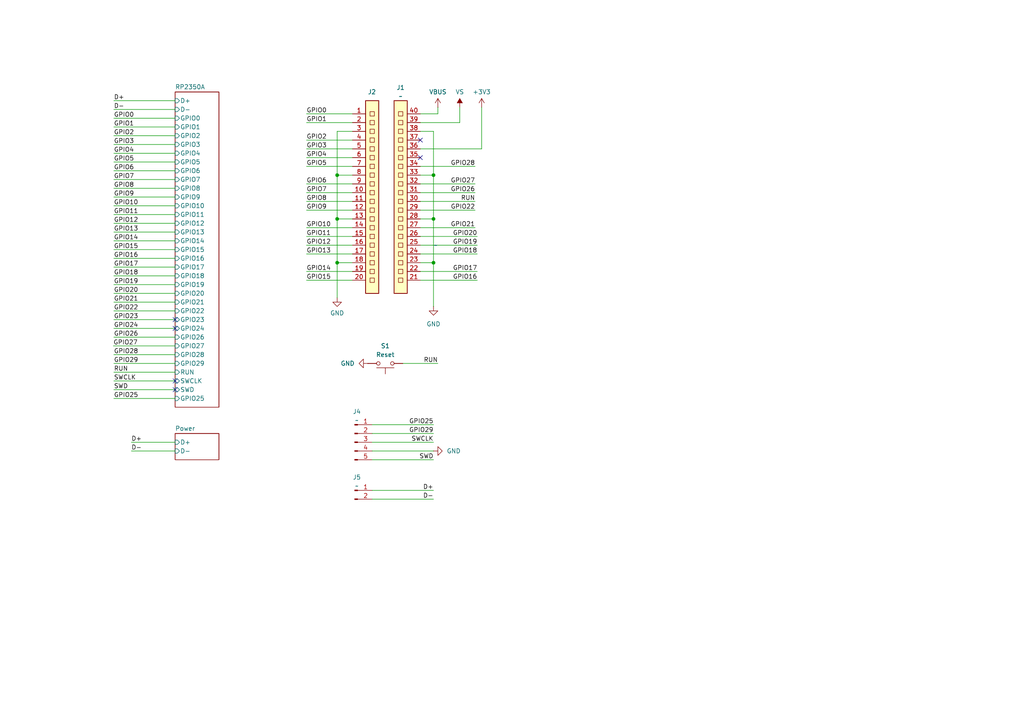
<source format=kicad_sch>
(kicad_sch (version 20250114) (generator "eeschema") (generator_version "9.0")
  (paper "A4")
  (title_block (title "MiniFRANK RM1E") (date "2025-04-15") (rev "${VERSION}") (company "Mikhail Matveev") (comment 1 "https://github.com/xtremespb/frank"))
  (lib_symbols
    (symbol "Connector:Conn_01x02_Pin" (pin_names (offset 1.016) (hide yes))
      (property "Reference" "J" (at 0 2.54 0))
      (property "Value" "Conn_01x02_Pin" (at 0 -5.08 0))
      (symbol "Conn_01x02_Pin_1_1"
        (rectangle (start 0.8636 0.127) (end 0 -0.127) (stroke (width 0.1524)) (fill (type outline)))
        (rectangle (start 0.8636 -2.413) (end 0 -2.667) (stroke (width 0.1524)) (fill (type outline)))
        (polyline (pts (xy 1.27 0) (xy 0.8636 0)) (stroke (width 0.1524)))
        (polyline (pts (xy 1.27 -2.54) (xy 0.8636 -2.54)) (stroke (width 0.1524)))
        (pin passive line (at 5.08 0 180) (length 3.81) (name "Pin_1") (number "1"))
        (pin passive line (at 5.08 -2.54 180) (length 3.81) (name "Pin_2") (number "2"))
      )
    )
    (symbol "Connector:Conn_01x05_Pin" (pin_names (offset 1.016) (hide yes))
      (property "Reference" "J" (at 0 7.62 0))
      (property "Value" "Conn_01x05_Pin" (at 0 -7.62 0))
      (symbol "Conn_01x05_Pin_1_1"
        (rectangle (start 0.8636 5.207) (end 0 4.953) (stroke (width 0.1524)) (fill (type outline)))
        (rectangle (start 0.8636 2.667) (end 0 2.413) (stroke (width 0.1524)) (fill (type outline)))
        (rectangle (start 0.8636 0.127) (end 0 -0.127) (stroke (width 0.1524)) (fill (type outline)))
        (rectangle (start 0.8636 -2.413) (end 0 -2.667) (stroke (width 0.1524)) (fill (type outline)))
        (rectangle (start 0.8636 -4.953) (end 0 -5.207) (stroke (width 0.1524)) (fill (type outline)))
        (polyline (pts (xy 1.27 5.08) (xy 0.8636 5.08)) (stroke (width 0.1524)))
        (polyline (pts (xy 1.27 2.54) (xy 0.8636 2.54)) (stroke (width 0.1524)))
        (polyline (pts (xy 1.27 0) (xy 0.8636 0)) (stroke (width 0.1524)))
        (polyline (pts (xy 1.27 -2.54) (xy 0.8636 -2.54)) (stroke (width 0.1524)))
        (polyline (pts (xy 1.27 -5.08) (xy 0.8636 -5.08)) (stroke (width 0.1524)))
        (pin passive line (at 5.08 5.08 180) (length 3.81) (name "Pin_1") (number "1"))
        (pin passive line (at 5.08 2.54 180) (length 3.81) (name "Pin_2") (number "2"))
        (pin passive line (at 5.08 0 180) (length 3.81) (name "Pin_3") (number "3"))
        (pin passive line (at 5.08 -2.54 180) (length 3.81) (name "Pin_4") (number "4"))
        (pin passive line (at 5.08 -5.08 180) (length 3.81) (name "Pin_5") (number "5"))
      )
    )
    (symbol "FRANK:CON_PICO_1-20"
      (property "Reference" "J2" (at -15.875 29.21 0))
      (property "Value" "~" (at 3.81 -15.24 0))
      (symbol "CON_PICO_1-20_0_1"
        (rectangle (start -16.51 26.67) (end -12.7 -29.21) (stroke (width 0.254)) (fill (type background)))
        (rectangle (start -15.24 23.495) (end -13.97 22.225))
        (rectangle (start -15.24 20.955) (end -13.97 19.685))
        (rectangle (start -15.24 18.415) (end -13.97 17.145))
        (rectangle (start -15.24 15.875) (end -13.97 14.605))
        (rectangle (start -15.24 13.335) (end -13.97 12.065))
        (rectangle (start -15.24 10.795) (end -13.97 9.525))
        (rectangle (start -15.24 8.255) (end -13.97 6.985))
        (rectangle (start -15.24 5.715) (end -13.97 4.445))
        (rectangle (start -15.24 3.175) (end -13.97 1.905))
        (rectangle (start -15.24 0.635) (end -13.97 -0.635))
        (rectangle (start -15.24 -1.905) (end -13.97 -3.175))
        (rectangle (start -15.24 -4.445) (end -13.97 -5.715))
        (rectangle (start -15.24 -6.985) (end -13.97 -8.255))
        (rectangle (start -15.24 -9.525) (end -13.97 -10.795))
        (rectangle (start -15.24 -12.065) (end -13.97 -13.335))
        (rectangle (start -15.24 -14.605) (end -13.97 -15.875))
        (rectangle (start -15.24 -17.145) (end -13.97 -18.415))
        (rectangle (start -15.24 -19.685) (end -13.97 -20.955))
        (rectangle (start -15.24 -22.225) (end -13.97 -23.495))
        (rectangle (start -15.24 -24.765) (end -13.97 -26.035))
      )
      (symbol "CON_PICO_1-20_1_1"
        (pin input line (at -20.32 22.86 0) (length 3.81) (name "") (number "1"))
        (pin input line (at -20.32 20.32 0) (length 3.81) (name "") (number "2"))
        (pin input line (at -20.32 17.78 0) (length 3.81) (name "") (number "3"))
        (pin input line (at -20.32 15.24 0) (length 3.81) (name "") (number "4"))
        (pin input line (at -20.32 12.7 0) (length 3.81) (name "") (number "5"))
        (pin input line (at -20.32 10.16 0) (length 3.81) (name "") (number "6"))
        (pin input line (at -20.32 7.62 0) (length 3.81) (name "") (number "7"))
        (pin input line (at -20.32 5.08 0) (length 3.81) (name "") (number "8"))
        (pin input line (at -20.32 2.54 0) (length 3.81) (name "") (number "9"))
        (pin input line (at -20.32 0 0) (length 3.81) (name "") (number "10"))
        (pin input line (at -20.32 -2.54 0) (length 3.81) (name "") (number "11"))
        (pin input line (at -20.32 -5.08 0) (length 3.81) (name "") (number "12"))
        (pin input line (at -20.32 -7.62 0) (length 3.81) (name "") (number "13"))
        (pin input line (at -20.32 -10.16 0) (length 3.81) (name "") (number "14"))
        (pin input line (at -20.32 -12.7 0) (length 3.81) (name "") (number "15"))
        (pin input line (at -20.32 -15.24 0) (length 3.81) (name "") (number "16"))
        (pin input line (at -20.32 -17.78 0) (length 3.81) (name "") (number "17"))
        (pin input line (at -20.32 -20.32 0) (length 3.81) (name "") (number "18"))
        (pin input line (at -20.32 -22.86 0) (length 3.81) (name "") (number "19"))
        (pin input line (at -20.32 -25.4 0) (length 3.81) (name "") (number "20"))
      )
    )
    (symbol "FRANK:CON_PICO_21-40"
      (property "Reference" "J1" (at 15.875 29.21 0))
      (property "Value" "~" (at 3.81 -15.24 0))
      (symbol "CON_PICO_21-40_0_1"
        (rectangle (start 13.97 26.67) (end 17.78 -29.21) (stroke (width 0.254)) (fill (type background)))
        (rectangle (start 15.24 23.495) (end 16.51 22.225))
        (rectangle (start 15.24 20.955) (end 16.51 19.685))
        (rectangle (start 15.24 18.415) (end 16.51 17.145))
        (rectangle (start 15.24 15.875) (end 16.51 14.605))
        (rectangle (start 15.24 13.335) (end 16.51 12.065))
        (rectangle (start 15.24 10.795) (end 16.51 9.525))
        (rectangle (start 15.24 8.255) (end 16.51 6.985))
        (rectangle (start 15.24 5.715) (end 16.51 4.445))
        (rectangle (start 15.24 3.175) (end 16.51 1.905))
        (rectangle (start 15.24 0.635) (end 16.51 -0.635))
        (rectangle (start 15.24 -1.905) (end 16.51 -3.175))
        (rectangle (start 15.24 -4.445) (end 16.51 -5.715))
        (rectangle (start 15.24 -6.985) (end 16.51 -8.255))
        (rectangle (start 15.24 -9.525) (end 16.51 -10.795))
        (rectangle (start 15.24 -12.065) (end 16.51 -13.335))
        (rectangle (start 15.24 -14.605) (end 16.51 -15.875))
        (rectangle (start 15.24 -17.145) (end 16.51 -18.415))
        (rectangle (start 15.24 -19.685) (end 16.51 -20.955))
        (rectangle (start 15.24 -22.225) (end 16.51 -23.495))
        (rectangle (start 15.24 -24.765) (end 16.51 -26.035))
      )
      (symbol "CON_PICO_21-40_1_1"
        (pin input line (at 21.59 22.86 180) (length 3.81) (name "") (number "40"))
        (pin input line (at 21.59 20.32 180) (length 3.81) (name "") (number "39"))
        (pin input line (at 21.59 17.78 180) (length 3.81) (name "") (number "38"))
        (pin input line (at 21.59 15.24 180) (length 3.81) (name "") (number "37"))
        (pin input line (at 21.59 12.7 180) (length 3.81) (name "") (number "36"))
        (pin input line (at 21.59 10.16 180) (length 3.81) (name "") (number "35"))
        (pin input line (at 21.59 7.62 180) (length 3.81) (name "") (number "34"))
        (pin input line (at 21.59 5.08 180) (length 3.81) (name "") (number "33"))
        (pin input line (at 21.59 2.54 180) (length 3.81) (name "") (number "32"))
        (pin input line (at 21.59 0 180) (length 3.81) (name "") (number "31"))
        (pin input line (at 21.59 -2.54 180) (length 3.81) (name "") (number "30"))
        (pin input line (at 21.59 -5.08 180) (length 3.81) (name "") (number "29"))
        (pin input line (at 21.59 -7.62 180) (length 3.81) (name "") (number "28"))
        (pin input line (at 21.59 -10.16 180) (length 3.81) (name "") (number "27"))
        (pin input line (at 21.59 -12.7 180) (length 3.81) (name "") (number "26"))
        (pin input line (at 21.59 -15.24 180) (length 3.81) (name "") (number "25"))
        (pin input line (at 21.59 -17.78 180) (length 3.81) (name "") (number "24"))
        (pin input line (at 21.59 -20.32 180) (length 3.81) (name "") (number "23"))
        (pin input line (at 21.59 -22.86 180) (length 3.81) (name "") (number "22"))
        (pin input line (at 21.59 -25.4 180) (length 3.81) (name "") (number "21"))
      )
    )
    (symbol "GND_1" (power) (pin_numbers (hide yes)) (pin_names (offset 0) (hide yes))
      (property "Value" "GND" (at 0 -3.81 0))
      (symbol "GND_1_0_1"
        (polyline (pts (xy 0 0) (xy 0 -1.27) (xy 1.27 -1.27) (xy 0 -2.54) (xy -1.27 -1.27) (xy 0 -1.27)))
      )
      (symbol "GND_1_1_1"
        (pin power_in line (at 0 0 270) (length 0) (name "~") (number "1"))
      )
    )
    (symbol "Switch:SW_Push" (pin_numbers (hide yes)) (pin_names (offset 1.016) (hide yes))
      (property "Reference" "SW" (at 1.27 2.54 0))
      (property "Value" "SW_Push" (at 0 -1.524 0))
      (symbol "SW_Push_0_1"
        (circle (center -2.032 0) (radius 0.508))
        (polyline (pts (xy 0 1.27) (xy 0 3.048)))
        (circle (center 2.032 0) (radius 0.508))
        (polyline (pts (xy 2.54 1.27) (xy -2.54 1.27)))
        (pin passive line (at -5.08 0 0) (length 2.54) (name "1") (number "1"))
        (pin passive line (at 5.08 0 180) (length 2.54) (name "2") (number "2"))
      )
    )
    (symbol "power:+3V3" (power) (pin_numbers (hide yes)) (pin_names (offset 0) (hide yes))
      (property "Value" "+3V3" (at 0 3.556 0))
      (symbol "+3V3_0_1"
        (polyline (pts (xy -0.762 1.27) (xy 0 2.54)))
        (polyline (pts (xy 0 2.54) (xy 0.762 1.27)))
        (polyline (pts (xy 0 0) (xy 0 2.54)))
      )
      (symbol "+3V3_1_1"
        (pin power_in line (at 0 0 90) (length 0) (name "~") (number "1"))
      )
    )
    (symbol "power:GND" (power) (pin_numbers (hide yes)) (pin_names (offset 0) (hide yes))
      (property "Value" "GND" (at 0 -3.81 0))
      (symbol "GND_0_1"
        (polyline (pts (xy 0 0) (xy 0 -1.27) (xy 1.27 -1.27) (xy 0 -2.54) (xy -1.27 -1.27) (xy 0 -1.27)))
      )
      (symbol "GND_1_1"
        (pin power_in line (at 0 0 270) (length 0) (name "~") (number "1"))
      )
    )
    (symbol "power:VBUS" (power) (pin_numbers (hide yes)) (pin_names (offset 0) (hide yes))
      (property "Value" "VBUS" (at 0 3.556 0))
      (symbol "VBUS_0_1"
        (polyline (pts (xy -0.762 1.27) (xy 0 2.54)))
        (polyline (pts (xy 0 2.54) (xy 0.762 1.27)))
        (polyline (pts (xy 0 0) (xy 0 2.54)))
      )
      (symbol "VBUS_1_1"
        (pin power_in line (at 0 0 90) (length 0) (name "~") (number "1"))
      )
    )
    (symbol "power:VS" (power) (pin_numbers (hide yes)) (pin_names (offset 0) (hide yes))
      (property "Value" "VS" (at 0 3.556 0))
      (symbol "VS_0_1"
        (polyline (pts (xy 0 0) (xy 0 2.54)))
        (polyline (pts (xy 0.762 1.27) (xy -0.762 1.27) (xy 0 2.54) (xy 0.762 1.27)) (fill (type outline)))
      )
      (symbol "VS_1_1"
        (pin power_in line (at 0 0 90) (length 0) (name "~") (number "1"))
      )
    )
  )
  (junction (at 125.73 76.2))
  (junction (at 97.79 76.2))
  (junction (at 97.79 63.5))
  (junction (at 125.73 63.5))
  (junction (at 125.73 50.8))
  (junction (at 97.79 50.8))
  (no_connect (at 121.92 40.64))
  (no_connect (at 50.8 113.03))
  (no_connect (at 50.8 110.49))
  (no_connect (at 50.8 95.25))
  (no_connect (at 121.92 45.72))
  (no_connect (at 50.8 92.71))
  (wire (pts (xy 121.92 73.66) (xy 138.43 73.66)))
  (wire (pts (xy 88.9 68.58) (xy 102.235 68.58)))
  (wire (pts (xy 50.8 72.39) (xy 33.02 72.39)))
  (wire (pts (xy 121.92 35.56) (xy 133.35 35.56)))
  (wire (pts (xy 121.92 33.02) (xy 127 33.02)))
  (wire (pts (xy 50.8 34.29) (xy 33.02 34.29)))
  (wire (pts (xy 137.795 48.26) (xy 121.92 48.26)))
  (wire (pts (xy 50.8 77.47) (xy 33.02 77.47)))
  (wire (pts (xy 50.8 29.21) (xy 33.02 29.21)))
  (wire (pts (xy 116.84 105.41) (xy 127 105.41)))
  (wire (pts (xy 50.8 57.15) (xy 33.02 57.15)))
  (wire (pts (xy 88.9 35.56) (xy 102.235 35.56)))
  (wire (pts (xy 125.73 63.5) (xy 125.73 76.2)))
  (wire (pts (xy 50.8 102.87) (xy 33.02 102.87)))
  (wire (pts (xy 121.92 76.2) (xy 125.73 76.2)))
  (wire (pts (xy 121.92 63.5) (xy 125.73 63.5)))
  (wire (pts (xy 97.79 63.5) (xy 97.79 76.2)))
  (wire (pts (xy 50.8 52.07) (xy 33.02 52.07)))
  (wire (pts (xy 50.8 80.01) (xy 33.02 80.01)))
  (wire (pts (xy 97.79 63.5) (xy 102.235 63.5)))
  (wire (pts (xy 107.95 125.73) (xy 125.73 125.73)))
  (wire (pts (xy 137.795 53.34) (xy 121.92 53.34)))
  (wire (pts (xy 121.92 81.28) (xy 138.43 81.28)))
  (wire (pts (xy 50.8 82.55) (xy 33.02 82.55)))
  (wire (pts (xy 50.8 59.69) (xy 33.02 59.69)))
  (wire (pts (xy 50.8 31.75) (xy 33.02 31.75)))
  (wire (pts (xy 133.35 31.115) (xy 133.35 35.56)))
  (wire (pts (xy 50.8 105.41) (xy 33.02 105.41)))
  (wire (pts (xy 50.8 107.95) (xy 33.02 107.95)))
  (wire (pts (xy 88.9 78.74) (xy 102.235 78.74)))
  (wire (pts (xy 121.92 38.1) (xy 125.73 38.1)))
  (wire (pts (xy 50.8 44.45) (xy 33.02 44.45)))
  (wire (pts (xy 139.7 43.18) (xy 139.7 31.115)))
  (wire (pts (xy 121.92 43.18) (xy 139.7 43.18)))
  (wire (pts (xy 50.8 69.85) (xy 33.02 69.85)))
  (wire (pts (xy 88.9 60.96) (xy 102.235 60.96)))
  (wire (pts (xy 107.95 133.35) (xy 125.73 133.35)))
  (wire (pts (xy 121.92 60.96) (xy 137.795 60.96)))
  (wire (pts (xy 125.73 130.81) (xy 107.95 130.81)))
  (wire (pts (xy 88.9 71.12) (xy 102.235 71.12)))
  (wire (pts (xy 50.8 87.63) (xy 33.02 87.63)))
  (wire (pts (xy 50.8 41.91) (xy 33.02 41.91)))
  (wire (pts (xy 88.9 55.88) (xy 102.235 55.88)))
  (wire (pts (xy 121.92 68.58) (xy 138.43 68.58)))
  (wire (pts (xy 102.235 38.1) (xy 97.79 38.1)))
  (wire (pts (xy 50.8 36.83) (xy 33.02 36.83)))
  (wire (pts (xy 97.79 38.1) (xy 97.79 50.8)))
  (wire (pts (xy 121.92 78.74) (xy 138.43 78.74)))
  (wire (pts (xy 50.8 85.09) (xy 33.02 85.09)))
  (wire (pts (xy 38.1 130.81) (xy 50.8 130.81)))
  (wire (pts (xy 121.92 58.42) (xy 137.795 58.42)))
  (wire (pts (xy 50.8 74.93) (xy 33.02 74.93)))
  (wire (pts (xy 33.02 90.17) (xy 50.8 90.17)))
  (wire (pts (xy 88.9 43.18) (xy 102.235 43.18)))
  (wire (pts (xy 88.9 58.42) (xy 102.235 58.42)))
  (wire (pts (xy 38.1 128.27) (xy 50.8 128.27)))
  (wire (pts (xy 50.8 113.03) (xy 33.02 113.03)))
  (wire (pts (xy 50.8 97.79) (xy 33.02 97.79)))
  (wire (pts (xy 50.8 95.25) (xy 33.02 95.25)))
  (wire (pts (xy 125.73 142.24) (xy 107.95 142.24)))
  (wire (pts (xy 97.79 76.2) (xy 102.235 76.2)))
  (wire (pts (xy 125.73 38.1) (xy 125.73 50.8)))
  (wire (pts (xy 127 31.115) (xy 127 33.02)))
  (wire (pts (xy 88.9 73.66) (xy 102.235 73.66)))
  (wire (pts (xy 88.9 45.72) (xy 102.235 45.72)))
  (wire (pts (xy 97.79 50.8) (xy 97.79 63.5)))
  (wire (pts (xy 50.8 54.61) (xy 33.02 54.61)))
  (wire (pts (xy 50.8 64.77) (xy 33.02 64.77)))
  (wire (pts (xy 121.92 66.04) (xy 137.795 66.04)))
  (wire (pts (xy 107.95 128.27) (xy 125.73 128.27)))
  (wire (pts (xy 137.795 55.88) (xy 121.92 55.88)))
  (wire (pts (xy 88.9 33.02) (xy 102.235 33.02)))
  (wire (pts (xy 50.8 49.53) (xy 33.02 49.53)))
  (wire (pts (xy 121.92 71.12) (xy 138.43 71.12)))
  (wire (pts (xy 88.9 66.04) (xy 102.235 66.04)))
  (wire (pts (xy 50.8 92.71) (xy 33.02 92.71)))
  (wire (pts (xy 97.79 86.36) (xy 97.79 76.2)))
  (wire (pts (xy 88.9 81.28) (xy 102.235 81.28)))
  (wire (pts (xy 32.8698 100.33) (xy 50.8 100.33)))
  (wire (pts (xy 125.73 50.8) (xy 125.73 63.5)))
  (wire (pts (xy 121.92 50.8) (xy 125.73 50.8)))
  (wire (pts (xy 107.95 123.19) (xy 125.73 123.19)))
  (wire (pts (xy 50.8 39.37) (xy 33.02 39.37)))
  (wire (pts (xy 50.8 115.57) (xy 33.02 115.57)))
  (wire (pts (xy 88.9 48.26) (xy 102.235 48.26)))
  (wire (pts (xy 88.9 40.64) (xy 102.235 40.64)))
  (wire (pts (xy 125.73 76.2) (xy 125.73 88.9)))
  (wire (pts (xy 50.8 46.99) (xy 33.02 46.99)))
  (wire (pts (xy 125.73 144.78) (xy 107.95 144.78)))
  (wire (pts (xy 97.79 50.8) (xy 102.235 50.8)))
  (wire (pts (xy 50.8 62.23) (xy 33.02 62.23)))
  (wire (pts (xy 50.8 67.31) (xy 33.02 67.31)))
  (wire (pts (xy 88.9 53.34) (xy 102.235 53.34)))
  (wire (pts (xy 50.8 110.49) (xy 33.02 110.49)))
  (label "GPIO13" (at 88.9 73.66 0))
  (label "GPIO18" (at 33.02 80.01 0))
  (label "GPIO1" (at 33.02 36.83 0))
  (label "GPIO3" (at 33.02 41.91 0))
  (label "GPIO1" (at 88.9 35.56 0))
  (label "GPIO18" (at 138.43 73.66 180))
  (label "GPIO25" (at 33.02 115.57 0))
  (label "GPIO11" (at 88.9 68.58 0))
  (label "GPIO2" (at 88.9 40.64 0))
  (label "GPIO20" (at 138.43 68.58 180))
  (label "GPIO15" (at 88.9 81.28 0))
  (label "GPIO24" (at 33.02 95.25 0))
  (label "D-" (at 38.1 130.81 0))
  (label "GPIO10" (at 33.02 59.69 0))
  (label "GPIO14" (at 33.02 69.85 0))
  (label "D-" (at 33.02 31.75 0))
  (label "D+" (at 125.73 142.24 180))
  (label "SWCLK" (at 125.73 128.27 180))
  (label "GPIO4" (at 33.02 44.45 0))
  (label "D+" (at 33.02 29.21 0))
  (label "GPIO5" (at 88.9 48.26 0))
  (label "SWCLK" (at 33.02 110.49 0))
  (label "GPIO26" (at 33.02 97.79 0))
  (label "GPIO0" (at 33.02 34.29 0))
  (label "GPIO23" (at 33.02 92.71 0))
  (label "GPIO7" (at 33.02 52.07 0))
  (label "GPIO4" (at 88.9 45.72 0))
  (label "GPIO28" (at 137.795 48.26 180))
  (label "GPIO14" (at 88.9 78.74 0))
  (label "GPIO22" (at 137.795 60.96 180))
  (label "GPIO21" (at 137.795 66.04 180))
  (label "GPIO6" (at 88.9 53.34 0))
  (label "D-" (at 125.73 144.78 180))
  (label "GPIO8" (at 88.9 58.42 0))
  (label "GPIO21" (at 33.02 87.63 0))
  (label "GPIO11" (at 33.02 62.23 0))
  (label "GPIO15" (at 33.02 72.39 0))
  (label "SWD" (at 33.02 113.03 0))
  (label "GPIO17" (at 138.43 78.74 180))
  (label "RUN" (at 137.795 58.42 180))
  (label "D+" (at 38.1 128.27 0))
  (label "GPIO7" (at 88.9 55.88 0))
  (label "GPIO3" (at 88.9 43.18 0))
  (label "GPIO9" (at 88.9 60.96 0))
  (label "SWD" (at 125.73 133.35 180))
  (label "GPIO8" (at 33.02 54.61 0))
  (label "GPIO25" (at 125.73 123.19 180))
  (label "GPIO6" (at 33.02 49.53 0))
  (label "GPIO2" (at 33.02 39.37 0))
  (label "GPIO17" (at 33.02 77.47 0))
  (label "GPIO26" (at 137.795 55.88 180))
  (label "GPIO9" (at 33.02 57.15 0))
  (label "GPIO12" (at 88.9 71.12 0))
  (label "GPIO10" (at 88.9 66.04 0))
  (label "GPIO22" (at 33.02 90.17 0))
  (label "GPIO27" (at 137.795 53.34 180))
  (label "RUN" (at 33.02 107.95 0))
  (label "RUN" (at 127 105.41 180))
  (label "GPIO27" (at 32.8698 100.33 0))
  (label "GPIO28" (at 33.02 102.87 0))
  (label "GPIO19" (at 33.02 82.55 0))
  (label "GPIO13" (at 33.02 67.31 0))
  (label "GPIO5" (at 33.02 46.99 0))
  (label "GPIO29" (at 125.73 125.73 180))
  (label "GPIO29" (at 33.02 105.41 0))
  (label "GPIO0" (at 88.9 33.02 0))
  (label "GPIO12" (at 33.02 64.77 0))
  (label "GPIO16" (at 138.43 81.28 180))
  (label "GPIO16" (at 33.02 74.93 0))
  (label "GPIO20" (at 33.02 85.09 0))
  (label "GPIO19" (at 138.43 71.12 180))
  (symbol (lib_id "Connector:Conn_01x02_Pin") (at 102.87 142.24 0) (unit 1)
    (property "Reference" "J5" (at 103.505 138.43 0))
    (property "Value" "~" (at 103.505 140.97 0))
    (property "Footprint" "FRANK:Test Points (1mm x 2)" (effects (hide yes)))
    (property "Description" "Generic connector, single row, 01x02, script generated" (effects (hide yes)))
  )
  (symbol (lib_name "GND_1") (lib_id "power:GND") (at 125.73 130.81 90) (unit 1)
    (property "Reference" "#PWR039" (effects (hide yes)))
    (property "Value" "GND" (at 129.54 130.8099 90) (effects (justify right)))
    (property "Description" "Power symbol creates a global label with name \"GND\" , ground" (effects (hide yes)))
  )
  (symbol (lib_id "power:+3V3") (at 139.7 31.115 0) (unit 1)
    (property "Reference" "#PWR04" (effects (hide yes)))
    (property "Value" "+3V3" (at 139.7 26.67 0))
    (property "Description" "Power symbol creates a global label with name \"+3V3\"" (effects (hide yes)))
  )
  (symbol (lib_name "GND_1") (lib_id "power:GND") (at 106.68 105.41 270) (unit 1)
    (property "Reference" "#PWR01" (effects (hide yes)))
    (property "Value" "GND" (at 102.87 105.4099 90) (effects (justify right)))
    (property "Description" "Power symbol creates a global label with name \"GND\" , ground" (effects (hide yes)))
  )
  (symbol (lib_id "power:VS") (at 133.35 31.115 0) (unit 1)
    (property "Reference" "#PWR03" (effects (hide yes)))
    (property "Value" "VS" (at 133.35 26.67 0))
    (property "Description" "Power symbol creates a global label with name \"VS\"" (effects (hide yes)))
  )
  (symbol (lib_id "Connector:Conn_01x05_Pin") (at 102.87 128.27 0) (unit 1)
    (property "Reference" "J4" (at 103.505 119.38 0))
    (property "Value" "~" (at 103.505 121.92 0))
    (property "Footprint" "FRANK:Test Points (1mm x 5)" (effects (hide yes)))
    (property "Description" "Generic connector, single row, 01x05, script generated" (effects (hide yes)))
  )
  (symbol (lib_id "FRANK:CON_PICO_1-20") (at 122.555 55.88 0) (unit 1)
    (property "Reference" "J2" (at 106.68 26.67 0) (effects (justify left)))
    (property "Value" "~" (at 126.365 71.12 0))
    (property "Footprint" "FRANK:CON_PICO_1-20" (effects (hide yes)))
  )
  (symbol (lib_name "GND_1") (lib_id "power:GND") (at 125.73 88.9 0) (unit 1)
    (property "Reference" "#PWR06" (effects (hide yes)))
    (property "Value" "GND" (at 125.73 93.98 0))
    (property "Description" "Power symbol creates a global label with name \"GND\" , ground" (effects (hide yes)))
  )
  (symbol (lib_id "Switch:SW_Push") (at 111.76 105.41 180) (unit 1)
    (property "Reference" "S1" (at 111.76 100.33 0))
    (property "Value" "Reset" (at 111.76 102.87 0))
    (property "Footprint" "FRANK:Button (SMD, 3x3mm, 1-1)" (effects (hide yes)))
    (property "Datasheet" "https://parts4laptops.eu/en/microbuttons/3300-microbutton-tact-switch-ts-1233-33x33x15mm-smt-mounting.html" (effects (hide yes)))
    (property "AliExpress" "https://www.aliexpress.com/item/1005007359248990.html" (effects (hide yes)))
  )
  (symbol (lib_id "power:VBUS") (at 127 31.115 0) (unit 1)
    (property "Reference" "#PWR02" (effects (hide yes)))
    (property "Value" "VBUS" (at 127 26.67 0))
    (property "Description" "Power symbol creates a global label with name \"VBUS\"" (effects (hide yes)))
  )
  (symbol (lib_id "power:GND") (at 97.79 86.36 0) (unit 1)
    (property "Reference" "#PWR05" (effects (hide yes)))
    (property "Value" "GND" (at 97.79 90.805 0))
    (property "Description" "Power symbol creates a global label with name \"GND\" , ground" (effects (hide yes)))
  )
  (symbol (lib_id "FRANK:CON_PICO_21-40") (at 100.33 55.88 0) (unit 1)
    (property "Reference" "J1" (at 116.205 25.4 0))
    (property "Value" "~" (at 116.205 27.94 0))
    (property "Footprint" "FRANK:CON_PICO_21-40" (effects (hide yes)))
  )
  (sheet (at 50.8 125.73) (size 12.7 7.62) (stroke (width 0.1524))
    (property "Sheetname" "Power" (at 50.8 125.0184 0) (effects (justify left bottom)))
    (property "Sheetfile" "power.kicad_sch" (effects (hide yes)))
    (pin "D+" input (at 50.8 128.27 180))
    (pin "D-" input (at 50.8 130.81 180))
  )
  (sheet (at 50.8 26.67) (size 12.7 91.44) (stroke (width 0.1524))
    (property "Sheetname" "RP2350A" (at 50.8 25.9584 0) (effects (justify left bottom)))
    (property "Sheetfile" "rp2350a.kicad_sch" (effects (hide yes)))
    (pin "D+" input (at 50.8 29.21 180))
    (pin "D-" input (at 50.8 31.75 180))
    (pin "GPIO0" input (at 50.8 34.29 180))
    (pin "GPIO1" input (at 50.8 36.83 180))
    (pin "GPIO2" input (at 50.8 39.37 180))
    (pin "GPIO3" input (at 50.8 41.91 180))
    (pin "GPIO4" input (at 50.8 44.45 180))
    (pin "GPIO5" input (at 50.8 46.99 180))
    (pin "GPIO6" input (at 50.8 49.53 180))
    (pin "GPIO7" input (at 50.8 52.07 180))
    (pin "GPIO8" input (at 50.8 54.61 180))
    (pin "GPIO9" input (at 50.8 57.15 180))
    (pin "GPIO10" input (at 50.8 59.69 180))
    (pin "GPIO11" input (at 50.8 62.23 180))
    (pin "GPIO12" input (at 50.8 64.77 180))
    (pin "GPIO13" input (at 50.8 67.31 180))
    (pin "GPIO14" input (at 50.8 69.85 180))
    (pin "GPIO15" input (at 50.8 72.39 180))
    (pin "GPIO16" input (at 50.8 74.93 180))
    (pin "GPIO17" input (at 50.8 77.47 180))
    (pin "GPIO18" input (at 50.8 80.01 180))
    (pin "GPIO19" input (at 50.8 82.55 180))
    (pin "GPIO20" input (at 50.8 85.09 180))
    (pin "GPIO21" input (at 50.8 87.63 180))
    (pin "GPIO22" input (at 50.8 90.17 180))
    (pin "GPIO23" input (at 50.8 92.71 180))
    (pin "GPIO24" input (at 50.8 95.25 180))
    (pin "GPIO26" input (at 50.8 97.79 180))
    (pin "GPIO27" input (at 50.8 100.33 180))
    (pin "GPIO28" input (at 50.8 102.87 180))
    (pin "GPIO29" input (at 50.8 105.41 180))
    (pin "RUN" input (at 50.8 107.95 180))
    (pin "SWCLK" input (at 50.8 110.49 180))
    (pin "SWD" input (at 50.8 113.03 180))
    (pin "GPIO25" input (at 50.8 115.57 180))
  )
)
</source>
